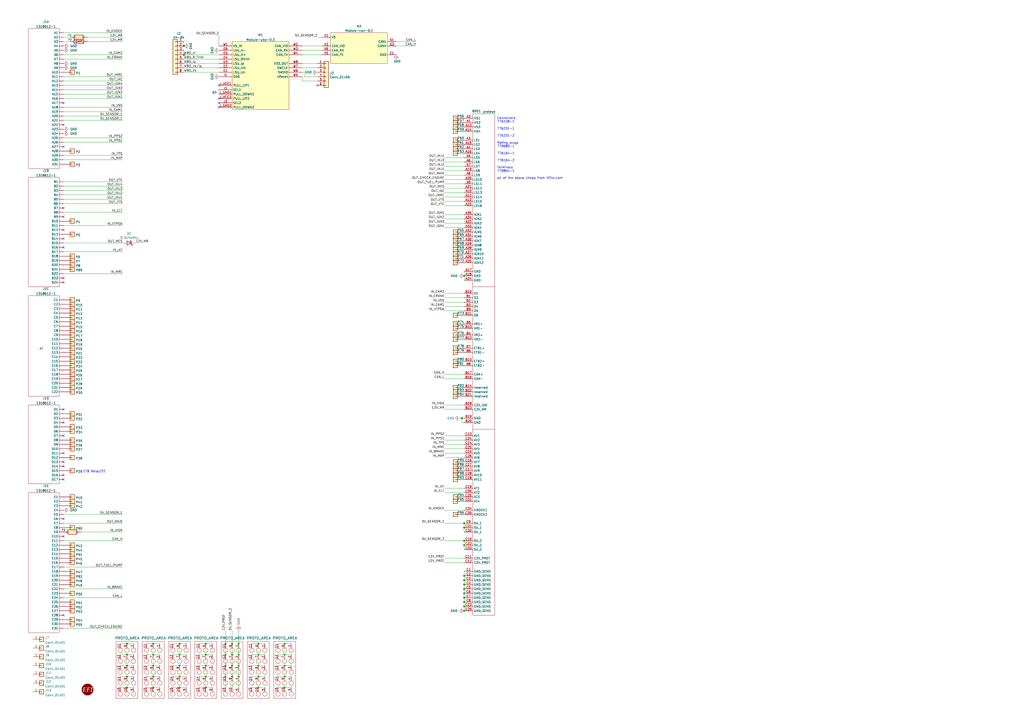
<source format=kicad_sch>
(kicad_sch (version 20210621) (generator eeschema)
  (paper "A2")
  (title_block (title "proteus125honda") (date "2021-09-22") (rev "a") (company "rusEFI"))
  (junction (at 73.66 373.38))
  (junction (at 73.66 379.73))
  (junction (at 73.66 386.08))
  (junction (at 73.66 392.43))
  (junction (at 73.66 398.78))
  (junction (at 88.9 373.38))
  (junction (at 88.9 379.73))
  (junction (at 88.9 386.08))
  (junction (at 88.9 392.43))
  (junction (at 88.9 398.78))
  (junction (at 104.14 373.38))
  (junction (at 104.14 379.73))
  (junction (at 104.14 386.08))
  (junction (at 104.14 392.43))
  (junction (at 104.14 398.78))
  (junction (at 106.68 26.67) (diameter 1.016))
  (junction (at 106.68 31.75) (diameter 1.016))
  (junction (at 119.38 373.38))
  (junction (at 119.38 379.73))
  (junction (at 119.38 386.08))
  (junction (at 119.38 392.43))
  (junction (at 119.38 398.78))
  (junction (at 130.81 373.38))
  (junction (at 130.81 379.73))
  (junction (at 130.81 386.08))
  (junction (at 130.81 392.43))
  (junction (at 134.62 373.38))
  (junction (at 134.62 379.73))
  (junction (at 134.62 386.08))
  (junction (at 134.62 392.43))
  (junction (at 138.43 373.38))
  (junction (at 138.43 379.73))
  (junction (at 138.43 386.08))
  (junction (at 138.43 392.43))
  (junction (at 149.86 373.38))
  (junction (at 149.86 379.73))
  (junction (at 149.86 386.08))
  (junction (at 149.86 392.43))
  (junction (at 149.86 398.78))
  (junction (at 165.1 373.38))
  (junction (at 165.1 379.73))
  (junction (at 165.1 386.08))
  (junction (at 165.1 392.43))
  (junction (at 165.1 398.78))
  (junction (at 267.97 242.57) (diameter 1.016))
  (junction (at 269.24 160.02))
  (junction (at 269.24 303.53))
  (junction (at 269.24 306.07))
  (junction (at 269.24 313.69))
  (junction (at 269.24 316.23))
  (junction (at 269.24 334.01))
  (junction (at 269.24 336.55))
  (junction (at 269.24 339.09))
  (junction (at 269.24 341.63))
  (junction (at 269.24 344.17))
  (junction (at 269.24 346.71))
  (junction (at 269.24 349.25))
  (junction (at 269.24 351.79))
  (junction (at 269.24 354.33))
  (no_connect (at 36.83 59.69))
  (no_connect (at 36.83 72.39))
  (no_connect (at 36.83 85.09))
  (no_connect (at 36.83 120.65))
  (no_connect (at 36.83 125.73))
  (no_connect (at 36.83 133.35))
  (no_connect (at 36.83 138.43))
  (no_connect (at 36.83 143.51))
  (no_connect (at 36.83 161.29))
  (no_connect (at 36.83 163.83))
  (no_connect (at 36.83 237.49))
  (no_connect (at 36.83 245.11))
  (no_connect (at 36.83 252.73))
  (no_connect (at 36.83 262.89))
  (no_connect (at 36.83 267.97))
  (no_connect (at 36.83 270.51))
  (no_connect (at 36.83 275.59))
  (no_connect (at 36.83 278.13))
  (no_connect (at 36.83 300.99))
  (no_connect (at 36.83 311.15))
  (no_connect (at 36.83 356.87))
  (no_connect (at 127 49.53))
  (no_connect (at 127 57.15))
  (no_connect (at 127 59.69))
  (no_connect (at 127 62.23))
  (no_connect (at 184.15 49.53))
  (wire (pts (xy 36.83 19.05) (xy 71.12 19.05)))
  (wire (pts (xy 36.83 34.29) (xy 71.12 34.29)))
  (wire (pts (xy 36.83 44.45) (xy 71.12 44.45)))
  (wire (pts (xy 36.83 46.99) (xy 71.12 46.99)))
  (wire (pts (xy 36.83 49.53) (xy 71.12 49.53)))
  (wire (pts (xy 36.83 52.07) (xy 71.12 52.07)))
  (wire (pts (xy 36.83 54.61) (xy 71.12 54.61)))
  (wire (pts (xy 36.83 57.15) (xy 71.12 57.15)))
  (wire (pts (xy 36.83 62.23) (xy 71.12 62.23)))
  (wire (pts (xy 36.83 67.31) (xy 71.12 67.31)))
  (wire (pts (xy 36.83 80.01) (xy 71.12 80.01)))
  (wire (pts (xy 36.83 82.55) (xy 71.12 82.55)))
  (wire (pts (xy 36.83 90.17) (xy 71.12 90.17)))
  (wire (pts (xy 36.83 92.71) (xy 71.12 92.71)))
  (wire (pts (xy 36.83 105.41) (xy 71.12 105.41)))
  (wire (pts (xy 36.83 107.95) (xy 71.12 107.95)))
  (wire (pts (xy 36.83 110.49) (xy 71.12 110.49)))
  (wire (pts (xy 36.83 113.03) (xy 71.12 113.03)))
  (wire (pts (xy 36.83 115.57) (xy 71.12 115.57)))
  (wire (pts (xy 36.83 118.11) (xy 71.12 118.11)))
  (wire (pts (xy 36.83 123.19) (xy 71.12 123.19)))
  (wire (pts (xy 36.83 130.81) (xy 71.12 130.81)))
  (wire (pts (xy 36.83 140.97) (xy 71.12 140.97)))
  (wire (pts (xy 36.83 146.05) (xy 71.12 146.05)))
  (wire (pts (xy 36.83 158.75) (xy 71.12 158.75)))
  (wire (pts (xy 36.83 298.45) (xy 71.12 298.45)))
  (wire (pts (xy 36.83 303.53) (xy 71.12 303.53)))
  (wire (pts (xy 36.83 313.69) (xy 71.12 313.69)))
  (wire (pts (xy 36.83 328.93) (xy 71.12 328.93)))
  (wire (pts (xy 36.83 341.63) (xy 71.12 341.63)))
  (wire (pts (xy 36.83 346.71) (xy 71.12 346.71)))
  (wire (pts (xy 36.83 364.49) (xy 71.12 364.49)))
  (wire (pts (xy 40.64 21.59) (xy 36.83 21.59)))
  (wire (pts (xy 40.64 24.13) (xy 36.83 24.13)))
  (wire (pts (xy 46.99 308.61) (xy 71.12 308.61)))
  (wire (pts (xy 69.85 373.38) (xy 73.66 373.38)))
  (wire (pts (xy 69.85 379.73) (xy 73.66 379.73)))
  (wire (pts (xy 69.85 386.08) (xy 73.66 386.08)))
  (wire (pts (xy 69.85 392.43) (xy 73.66 392.43)))
  (wire (pts (xy 69.85 398.78) (xy 73.66 398.78)))
  (wire (pts (xy 71.12 21.59) (xy 50.8 21.59)))
  (wire (pts (xy 71.12 24.13) (xy 50.8 24.13)))
  (wire (pts (xy 71.12 31.75) (xy 36.83 31.75)))
  (wire (pts (xy 71.12 64.77) (xy 36.83 64.77)))
  (wire (pts (xy 71.12 69.85) (xy 36.83 69.85)))
  (wire (pts (xy 73.66 373.38) (xy 77.47 373.38)))
  (wire (pts (xy 73.66 379.73) (xy 77.47 379.73)))
  (wire (pts (xy 73.66 386.08) (xy 77.47 386.08)))
  (wire (pts (xy 73.66 392.43) (xy 77.47 392.43)))
  (wire (pts (xy 73.66 398.78) (xy 77.47 398.78)))
  (wire (pts (xy 85.09 373.38) (xy 88.9 373.38)))
  (wire (pts (xy 85.09 379.73) (xy 88.9 379.73)))
  (wire (pts (xy 85.09 386.08) (xy 88.9 386.08)))
  (wire (pts (xy 85.09 392.43) (xy 88.9 392.43)))
  (wire (pts (xy 85.09 398.78) (xy 88.9 398.78)))
  (wire (pts (xy 88.9 373.38) (xy 92.71 373.38)))
  (wire (pts (xy 88.9 379.73) (xy 92.71 379.73)))
  (wire (pts (xy 88.9 386.08) (xy 92.71 386.08)))
  (wire (pts (xy 88.9 392.43) (xy 92.71 392.43)))
  (wire (pts (xy 88.9 398.78) (xy 92.71 398.78)))
  (wire (pts (xy 100.33 373.38) (xy 104.14 373.38)))
  (wire (pts (xy 100.33 379.73) (xy 104.14 379.73)))
  (wire (pts (xy 100.33 386.08) (xy 104.14 386.08)))
  (wire (pts (xy 100.33 392.43) (xy 104.14 392.43)))
  (wire (pts (xy 100.33 398.78) (xy 104.14 398.78)))
  (wire (pts (xy 104.14 373.38) (xy 107.95 373.38)))
  (wire (pts (xy 104.14 379.73) (xy 107.95 379.73)))
  (wire (pts (xy 104.14 386.08) (xy 107.95 386.08)))
  (wire (pts (xy 104.14 392.43) (xy 107.95 392.43)))
  (wire (pts (xy 104.14 398.78) (xy 107.95 398.78)))
  (wire (pts (xy 106.68 24.13) (xy 106.68 26.67)))
  (wire (pts (xy 106.68 29.21) (xy 106.68 31.75)))
  (wire (pts (xy 106.68 31.75) (xy 127 31.75)))
  (wire (pts (xy 106.68 34.29) (xy 127 34.29)))
  (wire (pts (xy 106.68 36.83) (xy 127 36.83)))
  (wire (pts (xy 106.68 39.37) (xy 127 39.37)))
  (wire (pts (xy 106.68 41.91) (xy 127 41.91)))
  (wire (pts (xy 115.57 373.38) (xy 119.38 373.38)))
  (wire (pts (xy 115.57 379.73) (xy 119.38 379.73)))
  (wire (pts (xy 115.57 386.08) (xy 119.38 386.08)))
  (wire (pts (xy 115.57 392.43) (xy 119.38 392.43)))
  (wire (pts (xy 115.57 398.78) (xy 119.38 398.78)))
  (wire (pts (xy 119.38 373.38) (xy 123.19 373.38)))
  (wire (pts (xy 119.38 379.73) (xy 123.19 379.73)))
  (wire (pts (xy 119.38 386.08) (xy 123.19 386.08)))
  (wire (pts (xy 119.38 392.43) (xy 123.19 392.43)))
  (wire (pts (xy 119.38 398.78) (xy 123.19 398.78)))
  (wire (pts (xy 127 20.32) (xy 127 26.67)))
  (wire (pts (xy 127 52.07) (xy 127 54.61)))
  (wire (pts (xy 130.81 365.76) (xy 130.81 373.38)))
  (wire (pts (xy 130.81 373.38) (xy 130.81 379.73)))
  (wire (pts (xy 130.81 379.73) (xy 130.81 386.08)))
  (wire (pts (xy 130.81 386.08) (xy 130.81 392.43)))
  (wire (pts (xy 130.81 392.43) (xy 130.81 398.78)))
  (wire (pts (xy 134.62 365.76) (xy 134.62 373.38)))
  (wire (pts (xy 134.62 373.38) (xy 134.62 379.73)))
  (wire (pts (xy 134.62 379.73) (xy 134.62 386.08)))
  (wire (pts (xy 134.62 386.08) (xy 134.62 392.43)))
  (wire (pts (xy 134.62 392.43) (xy 134.62 398.78)))
  (wire (pts (xy 138.43 365.76) (xy 138.43 373.38)))
  (wire (pts (xy 138.43 373.38) (xy 138.43 379.73)))
  (wire (pts (xy 138.43 379.73) (xy 138.43 386.08)))
  (wire (pts (xy 138.43 386.08) (xy 138.43 392.43)))
  (wire (pts (xy 138.43 392.43) (xy 138.43 398.78)))
  (wire (pts (xy 146.05 373.38) (xy 149.86 373.38)))
  (wire (pts (xy 146.05 379.73) (xy 149.86 379.73)))
  (wire (pts (xy 146.05 386.08) (xy 149.86 386.08)))
  (wire (pts (xy 146.05 392.43) (xy 149.86 392.43)))
  (wire (pts (xy 146.05 398.78) (xy 149.86 398.78)))
  (wire (pts (xy 149.86 373.38) (xy 153.67 373.38)))
  (wire (pts (xy 149.86 379.73) (xy 153.67 379.73)))
  (wire (pts (xy 149.86 386.08) (xy 153.67 386.08)))
  (wire (pts (xy 149.86 392.43) (xy 153.67 392.43)))
  (wire (pts (xy 149.86 398.78) (xy 153.67 398.78)))
  (wire (pts (xy 161.29 373.38) (xy 165.1 373.38)))
  (wire (pts (xy 161.29 379.73) (xy 165.1 379.73)))
  (wire (pts (xy 161.29 386.08) (xy 165.1 386.08)))
  (wire (pts (xy 161.29 392.43) (xy 165.1 392.43)))
  (wire (pts (xy 161.29 398.78) (xy 165.1 398.78)))
  (wire (pts (xy 165.1 373.38) (xy 168.91 373.38)))
  (wire (pts (xy 165.1 379.73) (xy 168.91 379.73)))
  (wire (pts (xy 165.1 386.08) (xy 168.91 386.08)))
  (wire (pts (xy 165.1 392.43) (xy 168.91 392.43)))
  (wire (pts (xy 165.1 398.78) (xy 168.91 398.78)))
  (wire (pts (xy 175.26 26.67) (xy 186.69 26.67)))
  (wire (pts (xy 175.26 29.21) (xy 186.69 29.21)))
  (wire (pts (xy 175.26 31.75) (xy 186.69 31.75)))
  (wire (pts (xy 175.26 36.83) (xy 184.15 36.83)))
  (wire (pts (xy 175.26 39.37) (xy 184.15 39.37)))
  (wire (pts (xy 175.26 41.91) (xy 176.53 41.91)))
  (wire (pts (xy 175.26 44.45) (xy 175.26 46.99)))
  (wire (pts (xy 175.26 46.99) (xy 184.15 46.99)))
  (wire (pts (xy 176.53 41.91) (xy 176.53 44.45)))
  (wire (pts (xy 176.53 44.45) (xy 184.15 44.45)))
  (wire (pts (xy 184.15 21.59) (xy 186.69 21.59)))
  (wire (pts (xy 229.87 24.13) (xy 241.3 24.13)))
  (wire (pts (xy 229.87 26.67) (xy 241.3 26.67)))
  (wire (pts (xy 257.81 91.44) (xy 269.24 91.44)))
  (wire (pts (xy 257.81 93.98) (xy 269.24 93.98)))
  (wire (pts (xy 257.81 96.52) (xy 269.24 96.52)))
  (wire (pts (xy 257.81 99.06) (xy 269.24 99.06)))
  (wire (pts (xy 257.81 101.6) (xy 269.24 101.6)))
  (wire (pts (xy 257.81 104.14) (xy 269.24 104.14)))
  (wire (pts (xy 257.81 106.68) (xy 269.24 106.68)))
  (wire (pts (xy 257.81 109.22) (xy 269.24 109.22)))
  (wire (pts (xy 257.81 111.76) (xy 269.24 111.76)))
  (wire (pts (xy 257.81 114.3) (xy 269.24 114.3)))
  (wire (pts (xy 257.81 116.84) (xy 269.24 116.84)))
  (wire (pts (xy 257.81 119.38) (xy 269.24 119.38)))
  (wire (pts (xy 257.81 124.46) (xy 269.24 124.46)))
  (wire (pts (xy 257.81 127) (xy 269.24 127)))
  (wire (pts (xy 257.81 129.54) (xy 269.24 129.54)))
  (wire (pts (xy 257.81 132.08) (xy 269.24 132.08)))
  (wire (pts (xy 257.81 170.18) (xy 269.24 170.18)))
  (wire (pts (xy 257.81 172.72) (xy 269.24 172.72)))
  (wire (pts (xy 257.81 175.26) (xy 269.24 175.26)))
  (wire (pts (xy 257.81 177.8) (xy 269.24 177.8)))
  (wire (pts (xy 257.81 180.34) (xy 269.24 180.34)))
  (wire (pts (xy 257.81 217.17) (xy 269.24 217.17)))
  (wire (pts (xy 257.81 219.71) (xy 269.24 219.71)))
  (wire (pts (xy 257.81 234.95) (xy 269.24 234.95)))
  (wire (pts (xy 257.81 237.49) (xy 269.24 237.49)))
  (wire (pts (xy 257.81 252.73) (xy 269.24 252.73)))
  (wire (pts (xy 257.81 255.27) (xy 269.24 255.27)))
  (wire (pts (xy 257.81 257.81) (xy 269.24 257.81)))
  (wire (pts (xy 257.81 260.35) (xy 269.24 260.35)))
  (wire (pts (xy 257.81 262.89) (xy 269.24 262.89)))
  (wire (pts (xy 257.81 265.43) (xy 269.24 265.43)))
  (wire (pts (xy 257.81 283.21) (xy 269.24 283.21)))
  (wire (pts (xy 257.81 285.75) (xy 269.24 285.75)))
  (wire (pts (xy 257.81 295.91) (xy 269.24 295.91)))
  (wire (pts (xy 257.81 303.53) (xy 269.24 303.53)))
  (wire (pts (xy 257.81 313.69) (xy 269.24 313.69)))
  (wire (pts (xy 257.81 323.85) (xy 269.24 323.85)))
  (wire (pts (xy 257.81 326.39) (xy 269.24 326.39)))
  (wire (pts (xy 266.7 242.57) (xy 267.97 242.57)))
  (wire (pts (xy 267.97 242.57) (xy 267.97 245.11)))
  (wire (pts (xy 267.97 245.11) (xy 269.24 245.11)))
  (wire (pts (xy 269.24 157.48) (xy 269.24 160.02)))
  (wire (pts (xy 269.24 160.02) (xy 269.24 162.56)))
  (wire (pts (xy 269.24 242.57) (xy 267.97 242.57)))
  (wire (pts (xy 269.24 303.53) (xy 269.24 306.07)))
  (wire (pts (xy 269.24 306.07) (xy 269.24 308.61)))
  (wire (pts (xy 269.24 313.69) (xy 269.24 316.23)))
  (wire (pts (xy 269.24 316.23) (xy 269.24 318.77)))
  (wire (pts (xy 269.24 331.47) (xy 269.24 334.01)))
  (wire (pts (xy 269.24 334.01) (xy 269.24 336.55)))
  (wire (pts (xy 269.24 336.55) (xy 269.24 339.09)))
  (wire (pts (xy 269.24 339.09) (xy 269.24 341.63)))
  (wire (pts (xy 269.24 341.63) (xy 269.24 344.17)))
  (wire (pts (xy 269.24 344.17) (xy 269.24 346.71)))
  (wire (pts (xy 269.24 346.71) (xy 269.24 349.25)))
  (wire (pts (xy 269.24 349.25) (xy 269.24 351.79)))
  (wire (pts (xy 269.24 351.79) (xy 269.24 354.33)))
  (text "AT" (at 22.86 203.2 0) (effects (font (size 1.27 1.27)) (justify left bottom)))
  (text "ETB Relay???" (at 48.26 274.32 0) (effects (font (size 1.27 1.27)) (justify left bottom)))
  (text "#0" (at 125.73 54.61 180) (effects (font (size 1.27 1.27)) (justify right bottom)))
  (text "Connectors\n776228-1\n\n776231-1\n\n776231-2\n\nMating plugs\n770680-1\n\n776164-1\n\n776164-2\n\nTerminals\n770854-1\n\nall of the above cheap from ttiinc.com" (at 288.29 104.14 0) (effects (font (size 1.27 1.27)) (justify left bottom)))
  (label "IN_KNOCK" (at 71.12 19.05 180))
  (label "12V_MR" (at 71.12 21.59 180))
  (label "12V_MR" (at 71.12 24.13 180))
  (label "IN_CAM2" (at 71.12 31.75 180))
  (label "IN_CRANK" (at 71.12 34.29 180))
  (label "OUT_IMRC" (at 71.12 44.45 180))
  (label "OUT_IAC" (at 71.12 46.99 180))
  (label "OUT_IGN4" (at 71.12 49.53 180))
  (label "OUT_IGN3" (at 71.12 52.07 180))
  (label "OUT_IGN2" (at 71.12 54.61 180))
  (label "OUT_IGN1" (at 71.12 57.15 180))
  (label "IN_VSS" (at 71.12 62.23 180))
  (label "IN_CAM1" (at 71.12 64.77 180))
  (label "5V_SENSOR_1" (at 71.12 67.31 180))
  (label "5V_SENSOR_1" (at 71.12 69.85 180))
  (label "IN_PPS2" (at 71.12 80.01 180))
  (label "IN_PPS1" (at 71.12 82.55 180))
  (label "IN_TPS" (at 71.12 90.17 180))
  (label "IN_MAP" (at 71.12 92.71 180))
  (label "OUT_VTC" (at 71.12 105.41 180))
  (label "OUT_INJ4" (at 71.12 107.95 180))
  (label "OUT_INJ3" (at 71.12 110.49 180))
  (label "OUT_INJ2" (at 71.12 113.03 180))
  (label "OUT_INJ1" (at 71.12 115.57 180))
  (label "OUT_VTS" (at 71.12 118.11 180))
  (label "IN_CLT" (at 71.12 123.19 180))
  (label "IN_VTPSW" (at 71.12 130.81 180))
  (label "OUT_MCS" (at 71.12 140.97 180))
  (label "IN_IAT" (at 71.12 146.05 180))
  (label "IN_MRC" (at 71.12 158.75 180))
  (label "5V_SENSOR_1" (at 71.12 298.45 180))
  (label "OUT_MAIN" (at 71.12 303.53 180))
  (label "IN_VIGN" (at 71.12 308.61 180))
  (label "CAN_H" (at 71.12 313.69 180))
  (label "OUT_FUEL_PUMP" (at 71.12 328.93 180))
  (label "IN_BRAKE" (at 71.12 341.63 180))
  (label "CAN_L" (at 71.12 346.71 180))
  (label "OUT_CHECK_ENGINE" (at 71.12 364.49 180))
  (label "12V_MR" (at 78.74 140.97 0))
  (label "WBO_H-" (at 106.68 31.75 0))
  (label "WBO_R_Trim" (at 106.68 34.29 0))
  (label "WBO_Ip" (at 106.68 36.83 0))
  (label "WBO_Vs{slash}Ip" (at 106.68 39.37 0))
  (label "WBO_Vs" (at 106.68 41.91 0))
  (label "5V_SENSOR_2" (at 127 20.32 180))
  (label "12V_PROT" (at 130.81 365.76 90))
  (label "5V_SENSOR_2" (at 134.62 365.76 90))
  (label "5V_SENSOR_2" (at 184.15 21.59 180))
  (label "CAN_L" (at 241.3 24.13 180))
  (label "CAN_H" (at 241.3 26.67 180))
  (label "OUT_INJ4" (at 257.81 91.44 180))
  (label "OUT_INJ3" (at 257.81 93.98 180))
  (label "OUT_INJ2" (at 257.81 96.52 180))
  (label "OUT_INJ1" (at 257.81 99.06 180))
  (label "OUT_MAIN" (at 257.81 101.6 180))
  (label "OUT_CHECK_ENGINE" (at 257.81 104.14 180))
  (label "OUT_FUEL_PUMP" (at 257.81 106.68 180))
  (label "OUT_MCS" (at 257.81 109.22 180))
  (label "OUT_IAC" (at 257.81 111.76 180))
  (label "OUT_IMRC" (at 257.81 114.3 180))
  (label "OUT_VTS" (at 257.81 116.84 180))
  (label "OUT_VTC" (at 257.81 119.38 180))
  (label "OUT_IGN1" (at 257.81 124.46 180))
  (label "OUT_IGN2" (at 257.81 127 180))
  (label "OUT_IGN3" (at 257.81 129.54 180))
  (label "OUT_IGN4" (at 257.81 132.08 180))
  (label "IN_CAM2" (at 257.81 170.18 180))
  (label "IN_CRANK" (at 257.81 172.72 180))
  (label "IN_VSS" (at 257.81 175.26 180))
  (label "IN_CAM1" (at 257.81 177.8 180))
  (label "IN_VTPSW" (at 257.81 180.34 180))
  (label "CAN_H" (at 257.81 217.17 180))
  (label "CAN_L" (at 257.81 219.71 180))
  (label "IN_VIGN" (at 257.81 234.95 180))
  (label "12V_MR" (at 257.81 237.49 180))
  (label "IN_PPS2" (at 257.81 252.73 180))
  (label "IN_PPS1" (at 257.81 255.27 180))
  (label "IN_TPS" (at 257.81 257.81 180))
  (label "IN_MRC" (at 257.81 260.35 180))
  (label "IN_BRAKE" (at 257.81 262.89 180))
  (label "IN_MAP" (at 257.81 265.43 180))
  (label "IN_IAT" (at 257.81 283.21 180))
  (label "IN_CLT" (at 257.81 285.75 180))
  (label "IN_KNOCK" (at 257.81 295.91 180))
  (label "5V_SENSOR_1" (at 257.81 303.53 180))
  (label "5V_SENSOR_2" (at 257.81 313.69 180))
  (label "12V_PROT" (at 257.81 323.85 180))
  (label "12V_PROT" (at 257.81 326.39 180))
  (symbol (lib_id "power:GND") (at 36.83 26.67 90) (unit 1)
    (property "Reference" "#PWR01" (effects hide))
    (property "Value" "GND" (at 40.64 26.67 90) (effects (justify right)))
  )
  (symbol (lib_id "power:GND") (at 36.83 29.21 90) (unit 1)
    (property "Reference" "#PWR02" (effects hide))
    (property "Value" "GND" (at 40.64 29.21 90) (effects (justify right)))
  )
  (symbol (lib_id "power:GND") (at 36.83 36.83 90) (unit 1)
    (property "Reference" "#PWR03" (effects hide))
    (property "Value" "GND" (at 40.64 36.83 90) (effects (justify right)))
  )
  (symbol (lib_id "power:GND") (at 36.83 39.37 90) (unit 1)
    (property "Reference" "#PWR04" (effects hide))
    (property "Value" "GND" (at 40.64 39.37 90) (effects (justify right)))
  )
  (symbol (lib_id "power:GND") (at 36.83 74.93 90) (unit 1)
    (property "Reference" "#PWR05" (effects hide))
    (property "Value" "GND" (at 40.64 74.93 90) (effects (justify right)))
  )
  (symbol (lib_id "power:GND") (at 36.83 77.47 90) (unit 1)
    (property "Reference" "#PWR06" (effects hide))
    (property "Value" "GND" (at 40.64 77.47 90) (effects (justify right)))
  )
  (symbol (lib_id "power:GND") (at 36.83 295.91 90) (unit 1)
    (property "Reference" "#PWR07" (effects hide))
    (property "Value" "GND" (at 40.64 295.91 90) (effects (justify right)))
  )
  (symbol (lib_id "power:GND") (at 106.68 26.67 90) (mirror x) (unit 1)
    (property "Reference" "#PWR08" (effects hide))
    (property "Value" "GND" (at 110.6234 26.7208 0))
  )
  (symbol (lib_id "power:GND") (at 127 29.21 270) (mirror x) (unit 1)
    (property "Reference" "#PWR09" (effects hide))
    (property "Value" "GND" (at 123.0566 29.1592 0))
  )
  (symbol (lib_id "power:GND") (at 127 44.45 270) (mirror x) (unit 1)
    (property "Reference" "#PWR010" (effects hide))
    (property "Value" "GND" (at 123.0566 44.3992 0))
  )
  (symbol (lib_id "power:GND") (at 138.43 365.76 180) (unit 1)
    (property "Reference" "#PWR021" (effects hide))
    (property "Value" "GND" (at 138.43 362.585 90) (effects (justify right)))
  )
  (symbol (lib_id "power:GND") (at 184.15 41.91 270) (mirror x) (unit 1)
    (property "Reference" "#PWR011" (effects hide))
    (property "Value" "GND" (at 178.9366 41.8592 90))
  )
  (symbol (lib_id "power:GND") (at 229.87 31.75 0) (unit 1)
    (property "Reference" "#PWR012" (effects hide))
    (property "Value" "GND" (at 232.41 35.56 0) (effects (justify right)))
  )
  (symbol (lib_id "power:GND") (at 266.7 242.57 270) (unit 1)
    (property "Reference" "#PWR014" (effects hide))
    (property "Value" "GND" (at 263.525 242.57 90) (effects (justify right)))
  )
  (symbol (lib_id "power:GND") (at 269.24 160.02 270) (unit 1)
    (property "Reference" "#PWR017" (effects hide))
    (property "Value" "GND" (at 265.43 160.02 90) (effects (justify right)))
  )
  (symbol (lib_id "power:GND") (at 269.24 354.33 270) (unit 1)
    (property "Reference" "#PWR020" (effects hide))
    (property "Value" "GND" (at 265.43 354.33 90) (effects (justify right)))
  )
  (symbol (lib_id "Connector_Generic:Conn_01x01") (at 24.13 370.84 0) (unit 1)
    (property "Reference" "J7" (at 26.1621 369.9315 0) (effects (justify left)))
    (property "Value" "Conn_01x01" (at 26.1621 372.7066 0) (effects (justify left)))
    (property "Footprint" "MountingHole:MountingHole_4.5mm" (effects hide))
  )
  (symbol (lib_id "Connector_Generic:Conn_01x01") (at 24.13 375.92 0) (unit 1)
    (property "Reference" "J8" (at 26.1621 375.0115 0) (effects (justify left)))
    (property "Value" "Conn_01x01" (at 26.1621 377.7866 0) (effects (justify left)))
    (property "Footprint" "MountingHole:MountingHole_4.5mm" (effects hide))
  )
  (symbol (lib_id "Connector_Generic:Conn_01x01") (at 24.13 381 0) (unit 1)
    (property "Reference" "J9" (at 26.1621 380.0915 0) (effects (justify left)))
    (property "Value" "Conn_01x01" (at 26.1621 382.8666 0) (effects (justify left)))
    (property "Footprint" "MountingHole:MountingHole_4.5mm" (effects hide))
  )
  (symbol (lib_id "Connector_Generic:Conn_01x01") (at 24.13 386.08 0) (unit 1)
    (property "Reference" "J10" (at 26.1621 385.1715 0) (effects (justify left)))
    (property "Value" "Conn_01x01" (at 26.1621 387.9466 0) (effects (justify left)))
    (property "Footprint" "MountingHole:MountingHole_4.5mm" (effects hide))
  )
  (symbol (lib_id "Connector_Generic:Conn_01x01") (at 24.13 391.16 0) (unit 1)
    (property "Reference" "J11" (at 26.1621 390.2515 0) (effects (justify left)))
    (property "Value" "Conn_01x01" (at 26.1621 393.0266 0) (effects (justify left)))
    (property "Footprint" "MountingHole:MountingHole_4.5mm" (effects hide))
  )
  (symbol (lib_id "Connector_Generic:Conn_01x01") (at 24.13 396.24 0) (unit 1)
    (property "Reference" "J12" (at 26.1621 395.3315 0) (effects (justify left)))
    (property "Value" "Conn_01x01" (at 26.1621 398.1066 0) (effects (justify left)))
    (property "Footprint" "MountingHole:MountingHole_4.5mm" (effects hide))
  )
  (symbol (lib_id "Connector_Generic:Conn_01x01") (at 24.13 401.32 0) (unit 1)
    (property "Reference" "J13" (at 26.1621 400.4115 0) (effects (justify left)))
    (property "Value" "Conn_01x01" (at 26.1621 403.1866 0) (effects (justify left)))
    (property "Footprint" "MountingHole:MountingHole_4.5mm" (effects hide))
  )
  (symbol (lib_id "hellen-one-common:Pad") (at 41.91 41.91 0) (unit 1)
    (property "Reference" "P1" (at 43.9421 42.389 0) (effects (justify left)))
    (property "Value" "Pad" (effects hide))
    (property "Footprint" "hellen-one-common:PAD-TH" (effects hide))
  )
  (symbol (lib_id "hellen-one-common:Pad") (at 41.91 87.63 0) (unit 1)
    (property "Reference" "P2" (at 43.9421 88.109 0) (effects (justify left)))
    (property "Value" "Pad" (effects hide))
    (property "Footprint" "hellen-one-common:PAD-TH" (effects hide))
  )
  (symbol (lib_id "hellen-one-common:Pad") (at 41.91 95.25 0) (unit 1)
    (property "Reference" "P3" (at 43.9421 95.729 0) (effects (justify left)))
    (property "Value" "Pad" (effects hide))
    (property "Footprint" "hellen-one-common:PAD-TH" (effects hide))
  )
  (symbol (lib_id "hellen-one-common:Pad") (at 41.91 128.27 0) (unit 1)
    (property "Reference" "P4" (at 43.9421 128.749 0) (effects (justify left)))
    (property "Value" "Pad" (effects hide))
    (property "Footprint" "hellen-one-common:PAD-TH" (effects hide))
  )
  (symbol (lib_id "hellen-one-common:Pad") (at 41.91 135.89 0) (unit 1)
    (property "Reference" "P5" (at 43.9421 136.369 0) (effects (justify left)))
    (property "Value" "Pad" (effects hide))
    (property "Footprint" "hellen-one-common:PAD-TH" (effects hide))
  )
  (symbol (lib_id "hellen-one-common:Pad") (at 41.91 148.59 0) (unit 1)
    (property "Reference" "P6" (at 43.9421 149.069 0) (effects (justify left)))
    (property "Value" "Pad" (effects hide))
    (property "Footprint" "hellen-one-common:PAD-TH" (effects hide))
  )
  (symbol (lib_id "hellen-one-common:Pad") (at 41.91 151.13 0) (unit 1)
    (property "Reference" "P7" (at 43.9421 151.609 0) (effects (justify left)))
    (property "Value" "Pad" (effects hide))
    (property "Footprint" "hellen-one-common:PAD-TH" (effects hide))
  )
  (symbol (lib_id "hellen-one-common:Pad") (at 41.91 153.67 0) (unit 1)
    (property "Reference" "P8" (at 43.9421 154.149 0) (effects (justify left)))
    (property "Value" "Pad" (effects hide))
    (property "Footprint" "hellen-one-common:PAD-TH" (effects hide))
  )
  (symbol (lib_id "hellen-one-common:Pad") (at 41.91 156.21 0) (unit 1)
    (property "Reference" "P89" (at 43.9421 156.689 0) (effects (justify left)))
    (property "Value" "Pad" (effects hide))
    (property "Footprint" "hellen-one-common:PAD-TH" (effects hide))
  )
  (symbol (lib_id "hellen-one-common:Pad") (at 41.91 173.99 0) (unit 1)
    (property "Reference" "P9" (at 43.9421 174.469 0) (effects (justify left)))
    (property "Value" "Pad" (effects hide))
    (property "Footprint" "hellen-one-common:PAD-TH" (effects hide))
  )
  (symbol (lib_id "hellen-one-common:Pad") (at 41.91 176.53 0) (unit 1)
    (property "Reference" "P10" (at 43.9421 177.009 0) (effects (justify left)))
    (property "Value" "Pad" (effects hide))
    (property "Footprint" "hellen-one-common:PAD-TH" (effects hide))
  )
  (symbol (lib_id "hellen-one-common:Pad") (at 41.91 179.07 0) (unit 1)
    (property "Reference" "P11" (at 43.9421 179.549 0) (effects (justify left)))
    (property "Value" "Pad" (effects hide))
    (property "Footprint" "hellen-one-common:PAD-TH" (effects hide))
  )
  (symbol (lib_id "hellen-one-common:Pad") (at 41.91 181.61 0) (unit 1)
    (property "Reference" "P12" (at 43.9421 182.089 0) (effects (justify left)))
    (property "Value" "Pad" (effects hide))
    (property "Footprint" "hellen-one-common:PAD-TH" (effects hide))
  )
  (symbol (lib_id "hellen-one-common:Pad") (at 41.91 184.15 0) (unit 1)
    (property "Reference" "P13" (at 43.9421 184.629 0) (effects (justify left)))
    (property "Value" "Pad" (effects hide))
    (property "Footprint" "hellen-one-common:PAD-TH" (effects hide))
  )
  (symbol (lib_id "hellen-one-common:Pad") (at 41.91 186.69 0) (unit 1)
    (property "Reference" "P14" (at 43.9421 187.169 0) (effects (justify left)))
    (property "Value" "Pad" (effects hide))
    (property "Footprint" "hellen-one-common:PAD-TH" (effects hide))
  )
  (symbol (lib_id "hellen-one-common:Pad") (at 41.91 189.23 0) (unit 1)
    (property "Reference" "P15" (at 43.9421 189.709 0) (effects (justify left)))
    (property "Value" "Pad" (effects hide))
    (property "Footprint" "hellen-one-common:PAD-TH" (effects hide))
  )
  (symbol (lib_id "hellen-one-common:Pad") (at 41.91 191.77 0) (unit 1)
    (property "Reference" "P16" (at 43.9421 192.249 0) (effects (justify left)))
    (property "Value" "Pad" (effects hide))
    (property "Footprint" "hellen-one-common:PAD-TH" (effects hide))
  )
  (symbol (lib_id "hellen-one-common:Pad") (at 41.91 194.31 0) (unit 1)
    (property "Reference" "P17" (at 43.9421 194.789 0) (effects (justify left)))
    (property "Value" "Pad" (effects hide))
    (property "Footprint" "hellen-one-common:PAD-TH" (effects hide))
  )
  (symbol (lib_id "hellen-one-common:Pad") (at 41.91 196.85 0) (unit 1)
    (property "Reference" "P18" (at 43.9421 197.329 0) (effects (justify left)))
    (property "Value" "Pad" (effects hide))
    (property "Footprint" "hellen-one-common:PAD-TH" (effects hide))
  )
  (symbol (lib_id "hellen-one-common:Pad") (at 41.91 199.39 0) (unit 1)
    (property "Reference" "P19" (at 43.9421 199.869 0) (effects (justify left)))
    (property "Value" "Pad" (effects hide))
    (property "Footprint" "hellen-one-common:PAD-TH" (effects hide))
  )
  (symbol (lib_id "hellen-one-common:Pad") (at 41.91 201.93 0) (unit 1)
    (property "Reference" "P20" (at 43.9421 202.409 0) (effects (justify left)))
    (property "Value" "Pad" (effects hide))
    (property "Footprint" "hellen-one-common:PAD-TH" (effects hide))
  )
  (symbol (lib_id "hellen-one-common:Pad") (at 41.91 204.47 0) (unit 1)
    (property "Reference" "P21" (at 43.9421 204.949 0) (effects (justify left)))
    (property "Value" "Pad" (effects hide))
    (property "Footprint" "hellen-one-common:PAD-TH" (effects hide))
  )
  (symbol (lib_id "hellen-one-common:Pad") (at 41.91 207.01 0) (unit 1)
    (property "Reference" "P22" (at 43.9421 207.489 0) (effects (justify left)))
    (property "Value" "Pad" (effects hide))
    (property "Footprint" "hellen-one-common:PAD-TH" (effects hide))
  )
  (symbol (lib_id "hellen-one-common:Pad") (at 41.91 209.55 0) (unit 1)
    (property "Reference" "P23" (at 43.9421 210.029 0) (effects (justify left)))
    (property "Value" "Pad" (effects hide))
    (property "Footprint" "hellen-one-common:PAD-TH" (effects hide))
  )
  (symbol (lib_id "hellen-one-common:Pad") (at 41.91 212.09 0) (unit 1)
    (property "Reference" "P24" (at 43.9421 212.569 0) (effects (justify left)))
    (property "Value" "Pad" (effects hide))
    (property "Footprint" "hellen-one-common:PAD-TH" (effects hide))
  )
  (symbol (lib_id "hellen-one-common:Pad") (at 41.91 214.63 0) (unit 1)
    (property "Reference" "P25" (at 43.9421 215.109 0) (effects (justify left)))
    (property "Value" "Pad" (effects hide))
    (property "Footprint" "hellen-one-common:PAD-TH" (effects hide))
  )
  (symbol (lib_id "hellen-one-common:Pad") (at 41.91 217.17 0) (unit 1)
    (property "Reference" "P26" (at 43.9421 217.649 0) (effects (justify left)))
    (property "Value" "Pad" (effects hide))
    (property "Footprint" "hellen-one-common:PAD-TH" (effects hide))
  )
  (symbol (lib_id "hellen-one-common:Pad") (at 41.91 219.71 0) (unit 1)
    (property "Reference" "P27" (at 43.9421 220.189 0) (effects (justify left)))
    (property "Value" "Pad" (effects hide))
    (property "Footprint" "hellen-one-common:PAD-TH" (effects hide))
  )
  (symbol (lib_id "hellen-one-common:Pad") (at 41.91 222.25 0) (unit 1)
    (property "Reference" "P28" (at 43.9421 222.729 0) (effects (justify left)))
    (property "Value" "Pad" (effects hide))
    (property "Footprint" "hellen-one-common:PAD-TH" (effects hide))
  )
  (symbol (lib_id "hellen-one-common:Pad") (at 41.91 224.79 0) (unit 1)
    (property "Reference" "P29" (at 43.9421 225.269 0) (effects (justify left)))
    (property "Value" "Pad" (effects hide))
    (property "Footprint" "hellen-one-common:PAD-TH" (effects hide))
  )
  (symbol (lib_id "hellen-one-common:Pad") (at 41.91 227.33 0) (unit 1)
    (property "Reference" "P30" (at 43.9421 227.809 0) (effects (justify left)))
    (property "Value" "Pad" (effects hide))
    (property "Footprint" "hellen-one-common:PAD-TH" (effects hide))
  )
  (symbol (lib_id "hellen-one-common:Pad") (at 41.91 240.03 0) (unit 1)
    (property "Reference" "P31" (at 43.9421 240.509 0) (effects (justify left)))
    (property "Value" "Pad" (effects hide))
    (property "Footprint" "hellen-one-common:PAD-TH" (effects hide))
  )
  (symbol (lib_id "hellen-one-common:Pad") (at 41.91 242.57 0) (unit 1)
    (property "Reference" "P32" (at 43.9421 243.049 0) (effects (justify left)))
    (property "Value" "Pad" (effects hide))
    (property "Footprint" "hellen-one-common:PAD-TH" (effects hide))
  )
  (symbol (lib_id "hellen-one-common:Pad") (at 41.91 247.65 0) (unit 1)
    (property "Reference" "P33" (at 43.9421 248.129 0) (effects (justify left)))
    (property "Value" "Pad" (effects hide))
    (property "Footprint" "hellen-one-common:PAD-TH" (effects hide))
  )
  (symbol (lib_id "hellen-one-common:Pad") (at 41.91 250.19 0) (unit 1)
    (property "Reference" "P34" (at 43.9421 250.669 0) (effects (justify left)))
    (property "Value" "Pad" (effects hide))
    (property "Footprint" "hellen-one-common:PAD-TH" (effects hide))
  )
  (symbol (lib_id "hellen-one-common:Pad") (at 41.91 255.27 0) (unit 1)
    (property "Reference" "P35" (at 43.9421 255.749 0) (effects (justify left)))
    (property "Value" "Pad" (effects hide))
    (property "Footprint" "hellen-one-common:PAD-TH" (effects hide))
  )
  (symbol (lib_id "hellen-one-common:Pad") (at 41.91 257.81 0) (unit 1)
    (property "Reference" "P36" (at 43.9421 258.289 0) (effects (justify left)))
    (property "Value" "Pad" (effects hide))
    (property "Footprint" "hellen-one-common:PAD-TH" (effects hide))
  )
  (symbol (lib_id "hellen-one-common:Pad") (at 41.91 260.35 0) (unit 1)
    (property "Reference" "P37" (at 43.9421 260.829 0) (effects (justify left)))
    (property "Value" "Pad" (effects hide))
    (property "Footprint" "hellen-one-common:PAD-TH" (effects hide))
  )
  (symbol (lib_id "hellen-one-common:Pad") (at 41.91 265.43 0) (unit 1)
    (property "Reference" "P38" (at 43.9421 265.909 0) (effects (justify left)))
    (property "Value" "Pad" (effects hide))
    (property "Footprint" "hellen-one-common:PAD-TH" (effects hide))
  )
  (symbol (lib_id "hellen-one-common:Pad") (at 41.91 273.05 0) (unit 1)
    (property "Reference" "P39" (at 43.9421 273.529 0) (effects (justify left)))
    (property "Value" "Pad" (effects hide))
    (property "Footprint" "hellen-one-common:PAD-TH" (effects hide))
  )
  (symbol (lib_id "hellen-one-common:Pad") (at 41.91 288.29 0) (unit 1)
    (property "Reference" "P40" (at 43.9421 288.769 0) (effects (justify left)))
    (property "Value" "Pad" (effects hide))
    (property "Footprint" "hellen-one-common:PAD-TH" (effects hide))
  )
  (symbol (lib_id "hellen-one-common:Pad") (at 41.91 290.83 0) (unit 1)
    (property "Reference" "P41" (at 43.9421 291.309 0) (effects (justify left)))
    (property "Value" "Pad" (effects hide))
    (property "Footprint" "hellen-one-common:PAD-TH" (effects hide))
  )
  (symbol (lib_id "hellen-one-common:Pad") (at 41.91 293.37 0) (unit 1)
    (property "Reference" "P42" (at 43.9421 293.849 0) (effects (justify left)))
    (property "Value" "Pad" (effects hide))
    (property "Footprint" "hellen-one-common:PAD-TH" (effects hide))
  )
  (symbol (lib_id "hellen-one-common:Pad") (at 41.91 306.07 0) (unit 1)
    (property "Reference" "P90" (at 43.9421 306.549 0) (effects (justify left)))
    (property "Value" "Pad" (effects hide))
    (property "Footprint" "hellen-one-common:PAD-TH" (effects hide))
  )
  (symbol (lib_id "hellen-one-common:Pad") (at 41.91 316.23 0) (unit 1)
    (property "Reference" "P43" (at 43.9421 316.709 0) (effects (justify left)))
    (property "Value" "Pad" (effects hide))
    (property "Footprint" "hellen-one-common:PAD-TH" (effects hide))
  )
  (symbol (lib_id "hellen-one-common:Pad") (at 41.91 318.77 0) (unit 1)
    (property "Reference" "P44" (at 43.9421 319.249 0) (effects (justify left)))
    (property "Value" "Pad" (effects hide))
    (property "Footprint" "hellen-one-common:PAD-TH" (effects hide))
  )
  (symbol (lib_id "hellen-one-common:Pad") (at 41.91 321.31 0) (unit 1)
    (property "Reference" "P91" (at 43.9421 321.789 0) (effects (justify left)))
    (property "Value" "Pad" (effects hide))
    (property "Footprint" "hellen-one-common:PAD-TH" (effects hide))
  )
  (symbol (lib_id "hellen-one-common:Pad") (at 41.91 323.85 0) (unit 1)
    (property "Reference" "P45" (at 43.9421 324.329 0) (effects (justify left)))
    (property "Value" "Pad" (effects hide))
    (property "Footprint" "hellen-one-common:PAD-TH" (effects hide))
  )
  (symbol (lib_id "hellen-one-common:Pad") (at 41.91 326.39 0) (unit 1)
    (property "Reference" "P46" (at 43.9421 326.869 0) (effects (justify left)))
    (property "Value" "Pad" (effects hide))
    (property "Footprint" "hellen-one-common:PAD-TH" (effects hide))
  )
  (symbol (lib_id "hellen-one-common:Pad") (at 41.91 331.47 0) (unit 1)
    (property "Reference" "P47" (at 43.9421 331.949 0) (effects (justify left)))
    (property "Value" "Pad" (effects hide))
    (property "Footprint" "hellen-one-common:PAD-TH" (effects hide))
  )
  (symbol (lib_id "hellen-one-common:Pad") (at 41.91 334.01 0) (unit 1)
    (property "Reference" "P92" (at 43.9421 334.489 0) (effects (justify left)))
    (property "Value" "Pad" (effects hide))
    (property "Footprint" "hellen-one-common:PAD-TH" (effects hide))
  )
  (symbol (lib_id "hellen-one-common:Pad") (at 41.91 336.55 0) (unit 1)
    (property "Reference" "P48" (at 43.9421 337.029 0) (effects (justify left)))
    (property "Value" "Pad" (effects hide))
    (property "Footprint" "hellen-one-common:PAD-TH" (effects hide))
  )
  (symbol (lib_id "hellen-one-common:Pad") (at 41.91 339.09 0) (unit 1)
    (property "Reference" "P49" (at 43.9421 339.569 0) (effects (justify left)))
    (property "Value" "Pad" (effects hide))
    (property "Footprint" "hellen-one-common:PAD-TH" (effects hide))
  )
  (symbol (lib_id "hellen-one-common:Pad") (at 41.91 344.17 0) (unit 1)
    (property "Reference" "P50" (at 43.9421 344.649 0) (effects (justify left)))
    (property "Value" "Pad" (effects hide))
    (property "Footprint" "hellen-one-common:PAD-TH" (effects hide))
  )
  (symbol (lib_id "hellen-one-common:Pad") (at 41.91 349.25 0) (unit 1)
    (property "Reference" "P51" (at 43.9421 349.729 0) (effects (justify left)))
    (property "Value" "Pad" (effects hide))
    (property "Footprint" "hellen-one-common:PAD-TH" (effects hide))
  )
  (symbol (lib_id "hellen-one-common:Pad") (at 41.91 351.79 0) (unit 1)
    (property "Reference" "P52" (at 43.9421 352.269 0) (effects (justify left)))
    (property "Value" "Pad" (effects hide))
    (property "Footprint" "hellen-one-common:PAD-TH" (effects hide))
  )
  (symbol (lib_id "hellen-one-common:Pad") (at 41.91 354.33 0) (unit 1)
    (property "Reference" "P53" (at 43.9421 354.809 0) (effects (justify left)))
    (property "Value" "Pad" (effects hide))
    (property "Footprint" "hellen-one-common:PAD-TH" (effects hide))
  )
  (symbol (lib_id "hellen-one-common:Pad") (at 41.91 359.41 0) (unit 1)
    (property "Reference" "P54" (at 43.9421 359.889 0) (effects (justify left)))
    (property "Value" "Pad" (effects hide))
    (property "Footprint" "hellen-one-common:PAD-TH" (effects hide))
  )
  (symbol (lib_id "hellen-one-common:Pad") (at 41.91 361.95 0) (unit 1)
    (property "Reference" "P55" (at 43.9421 362.429 0) (effects (justify left)))
    (property "Value" "Pad" (effects hide))
    (property "Footprint" "hellen-one-common:PAD-TH" (effects hide))
  )
  (symbol (lib_id "hellen-one-common:Pad") (at 264.16 68.58 180) (unit 1)
    (property "Reference" "P56" (at 267.2715 67.3884 0))
    (property "Value" "Pad" (effects hide))
    (property "Footprint" "hellen-one-common:PAD-TH" (effects hide))
  )
  (symbol (lib_id "hellen-one-common:Pad") (at 264.16 71.12 180) (unit 1)
    (property "Reference" "P57" (at 267.2715 69.9284 0))
    (property "Value" "Pad" (effects hide))
    (property "Footprint" "hellen-one-common:PAD-TH" (effects hide))
  )
  (symbol (lib_id "hellen-one-common:Pad") (at 264.16 73.66 180) (unit 1)
    (property "Reference" "P58" (at 267.2715 72.4684 0))
    (property "Value" "Pad" (effects hide))
    (property "Footprint" "hellen-one-common:PAD-TH" (effects hide))
  )
  (symbol (lib_id "hellen-one-common:Pad") (at 264.16 76.2 180) (unit 1)
    (property "Reference" "P59" (at 267.2715 75.0084 0))
    (property "Value" "Pad" (effects hide))
    (property "Footprint" "hellen-one-common:PAD-TH" (effects hide))
  )
  (symbol (lib_id "hellen-one-common:Pad") (at 264.16 81.28 180) (unit 1)
    (property "Reference" "P60" (at 267.2715 80.0884 0))
    (property "Value" "Pad" (effects hide))
    (property "Footprint" "hellen-one-common:PAD-TH" (effects hide))
  )
  (symbol (lib_id "hellen-one-common:Pad") (at 264.16 83.82 180) (unit 1)
    (property "Reference" "P61" (at 267.2715 82.6284 0))
    (property "Value" "Pad" (effects hide))
    (property "Footprint" "hellen-one-common:PAD-TH" (effects hide))
  )
  (symbol (lib_id "hellen-one-common:Pad") (at 264.16 86.36 180) (unit 1)
    (property "Reference" "P62" (at 267.2715 85.1684 0))
    (property "Value" "Pad" (effects hide))
    (property "Footprint" "hellen-one-common:PAD-TH" (effects hide))
  )
  (symbol (lib_id "hellen-one-common:Pad") (at 264.16 88.9 180) (unit 1)
    (property "Reference" "P63" (at 267.2715 87.7084 0))
    (property "Value" "Pad" (effects hide))
    (property "Footprint" "hellen-one-common:PAD-TH" (effects hide))
  )
  (symbol (lib_id "hellen-one-common:Pad") (at 264.16 134.62 180) (unit 1)
    (property "Reference" "P65" (at 267.2715 133.4284 0))
    (property "Value" "Pad" (effects hide))
    (property "Footprint" "hellen-one-common:PAD-TH" (effects hide))
  )
  (symbol (lib_id "hellen-one-common:Pad") (at 264.16 137.16 180) (unit 1)
    (property "Reference" "P66" (at 267.2715 135.9684 0))
    (property "Value" "Pad" (effects hide))
    (property "Footprint" "hellen-one-common:PAD-TH" (effects hide))
  )
  (symbol (lib_id "hellen-one-common:Pad") (at 264.16 139.7 180) (unit 1)
    (property "Reference" "P67" (at 267.2715 138.5084 0))
    (property "Value" "Pad" (effects hide))
    (property "Footprint" "hellen-one-common:PAD-TH" (effects hide))
  )
  (symbol (lib_id "hellen-one-common:Pad") (at 264.16 142.24 180) (unit 1)
    (property "Reference" "P68" (at 267.2715 141.0484 0))
    (property "Value" "Pad" (effects hide))
    (property "Footprint" "hellen-one-common:PAD-TH" (effects hide))
  )
  (symbol (lib_id "hellen-one-common:Pad") (at 264.16 144.78 180) (unit 1)
    (property "Reference" "P69" (at 267.2715 143.5884 0))
    (property "Value" "Pad" (effects hide))
    (property "Footprint" "hellen-one-common:PAD-TH" (effects hide))
  )
  (symbol (lib_id "hellen-one-common:Pad") (at 264.16 147.32 180) (unit 1)
    (property "Reference" "P70" (at 267.2715 146.1284 0))
    (property "Value" "Pad" (effects hide))
    (property "Footprint" "hellen-one-common:PAD-TH" (effects hide))
  )
  (symbol (lib_id "hellen-one-common:Pad") (at 264.16 149.86 180) (unit 1)
    (property "Reference" "P71" (at 267.2715 148.6684 0))
    (property "Value" "Pad" (effects hide))
    (property "Footprint" "hellen-one-common:PAD-TH" (effects hide))
  )
  (symbol (lib_id "hellen-one-common:Pad") (at 264.16 152.4 180) (unit 1)
    (property "Reference" "P72" (at 267.2715 151.2084 0))
    (property "Value" "Pad" (effects hide))
    (property "Footprint" "hellen-one-common:PAD-TH" (effects hide))
  )
  (symbol (lib_id "hellen-one-common:Pad") (at 264.16 182.88 180) (unit 1)
    (property "Reference" "P73" (at 267.2715 181.6884 0))
    (property "Value" "Pad" (effects hide))
    (property "Footprint" "hellen-one-common:PAD-TH" (effects hide))
  )
  (symbol (lib_id "hellen-one-common:Pad") (at 264.16 187.96 180) (unit 1)
    (property "Reference" "P74" (at 267.2715 186.7684 0))
    (property "Value" "Pad" (effects hide))
    (property "Footprint" "hellen-one-common:PAD-TH" (effects hide))
  )
  (symbol (lib_id "hellen-one-common:Pad") (at 264.16 190.5 180) (unit 1)
    (property "Reference" "P75" (at 267.2715 189.3084 0))
    (property "Value" "Pad" (effects hide))
    (property "Footprint" "hellen-one-common:PAD-TH" (effects hide))
  )
  (symbol (lib_id "hellen-one-common:Pad") (at 264.16 194.31 180) (unit 1)
    (property "Reference" "P76" (at 267.2715 193.1184 0))
    (property "Value" "Pad" (effects hide))
    (property "Footprint" "hellen-one-common:PAD-TH" (effects hide))
  )
  (symbol (lib_id "hellen-one-common:Pad") (at 264.16 196.85 180) (unit 1)
    (property "Reference" "P77" (at 267.2715 195.6584 0))
    (property "Value" "Pad" (effects hide))
    (property "Footprint" "hellen-one-common:PAD-TH" (effects hide))
  )
  (symbol (lib_id "hellen-one-common:Pad") (at 264.16 201.93 180) (unit 1)
    (property "Reference" "P78" (at 267.2715 200.7384 0))
    (property "Value" "Pad" (effects hide))
    (property "Footprint" "hellen-one-common:PAD-TH" (effects hide))
  )
  (symbol (lib_id "hellen-one-common:Pad") (at 264.16 204.47 180) (unit 1)
    (property "Reference" "P79" (at 267.2715 203.2784 0))
    (property "Value" "Pad" (effects hide))
    (property "Footprint" "hellen-one-common:PAD-TH" (effects hide))
  )
  (symbol (lib_id "hellen-one-common:Pad") (at 264.16 209.55 180) (unit 1)
    (property "Reference" "P80" (at 267.2715 208.3584 0))
    (property "Value" "Pad" (effects hide))
    (property "Footprint" "hellen-one-common:PAD-TH" (effects hide))
  )
  (symbol (lib_id "hellen-one-common:Pad") (at 264.16 212.09 180) (unit 1)
    (property "Reference" "P81" (at 267.2715 210.8984 0))
    (property "Value" "Pad" (effects hide))
    (property "Footprint" "hellen-one-common:PAD-TH" (effects hide))
  )
  (symbol (lib_id "hellen-one-common:Pad") (at 264.16 224.79 180) (unit 1)
    (property "Reference" "P82" (at 267.2715 223.5984 0))
    (property "Value" "Pad" (effects hide))
    (property "Footprint" "hellen-one-common:PAD-TH" (effects hide))
  )
  (symbol (lib_id "hellen-one-common:Pad") (at 264.16 227.33 180) (unit 1)
    (property "Reference" "P83" (at 267.2715 226.1384 0))
    (property "Value" "Pad" (effects hide))
    (property "Footprint" "hellen-one-common:PAD-TH" (effects hide))
  )
  (symbol (lib_id "hellen-one-common:Pad") (at 264.16 229.87 180) (unit 1)
    (property "Reference" "P84" (at 267.2715 228.6784 0))
    (property "Value" "Pad" (effects hide))
    (property "Footprint" "hellen-one-common:PAD-TH" (effects hide))
  )
  (symbol (lib_id "hellen-one-common:Pad") (at 264.16 267.97 180) (unit 1)
    (property "Reference" "P85" (at 267.2715 266.7784 0))
    (property "Value" "Pad" (effects hide))
    (property "Footprint" "hellen-one-common:PAD-TH" (effects hide))
  )
  (symbol (lib_id "hellen-one-common:Pad") (at 264.16 270.51 180) (unit 1)
    (property "Reference" "P86" (at 267.2715 269.3184 0))
    (property "Value" "Pad" (effects hide))
    (property "Footprint" "hellen-one-common:PAD-TH" (effects hide))
  )
  (symbol (lib_id "hellen-one-common:Pad") (at 264.16 273.05 180) (unit 1)
    (property "Reference" "P87" (at 267.2715 271.8584 0))
    (property "Value" "Pad" (effects hide))
    (property "Footprint" "hellen-one-common:PAD-TH" (effects hide))
  )
  (symbol (lib_id "hellen-one-common:Pad") (at 264.16 275.59 180) (unit 1)
    (property "Reference" "P88" (at 267.2715 274.3984 0))
    (property "Value" "Pad" (effects hide))
    (property "Footprint" "hellen-one-common:PAD-TH" (effects hide))
  )
  (symbol (lib_id "hellen-one-common:Pad") (at 264.16 278.13 180) (unit 1)
    (property "Reference" "P93" (at 267.2715 276.9384 0))
    (property "Value" "Pad" (effects hide))
    (property "Footprint" "hellen-one-common:PAD-TH" (effects hide))
  )
  (symbol (lib_id "hellen-one-common:Pad") (at 264.16 288.29 180) (unit 1)
    (property "Reference" "P94" (at 267.2715 287.0984 0))
    (property "Value" "Pad" (effects hide))
    (property "Footprint" "hellen-one-common:PAD-TH" (effects hide))
  )
  (symbol (lib_id "hellen-one-common:Pad") (at 264.16 290.83 180) (unit 1)
    (property "Reference" "P95" (at 267.2715 289.6384 0))
    (property "Value" "Pad" (effects hide))
    (property "Footprint" "hellen-one-common:PAD-TH" (effects hide))
  )
  (symbol (lib_id "hellen-one-common:Pad") (at 264.16 298.45 180) (unit 1)
    (property "Reference" "P96" (at 267.2715 297.2584 0))
    (property "Value" "Pad" (effects hide))
    (property "Footprint" "hellen-one-common:PAD-TH" (effects hide))
  )
  (symbol (lib_id "Device:D_Schottky") (at 74.93 140.97 180) (unit 1)
    (property "Reference" "D1" (at 74.93 135.4836 0))
    (property "Value" "D_Schottky" (at 74.93 137.795 0))
    (property "Footprint" "Diode_SMD:D_SMA" (effects hide))
    (property "LCSC" "C8678" (effects hide))
    (property "LCSC_ext" "0" (effects hide))
  )
  (symbol (lib_id "hellen-one-common:Fuse-Pad-Pad") (at 41.91 308.61 0) (unit 1)
    (property "Reference" "F3" (at 36.83 307.4789 0) (effects (font (size 1.016 1.016))))
    (property "Value" "Fuse-Pad-Pad" (effects hide))
    (property "Footprint" "hellen-one-common:PAD-1206-PAD" (effects hide))
    (property "LCSC" "C182446" (effects hide))
  )
  (symbol (lib_id "hellen-one-common:Fuse-Pad-Pad") (at 45.72 21.59 0) (unit 1)
    (property "Reference" "F1" (at 40.64 20.4589 0) (effects (font (size 1.016 1.016))))
    (property "Value" "Fuse-Pad-Pad" (effects hide))
    (property "Footprint" "hellen-one-common:PAD-1206-PAD" (effects hide))
    (property "LCSC" "C182446" (effects hide))
  )
  (symbol (lib_id "hellen-one-common:Fuse-Pad-Pad") (at 45.72 24.13 0) (unit 1)
    (property "Reference" "F2" (at 40.64 22.9989 0) (effects (font (size 1.016 1.016))))
    (property "Value" "Fuse-Pad-Pad" (effects hide))
    (property "Footprint" "hellen-one-common:PAD-1206-PAD" (effects hide))
    (property "MyComment" "DNP" (at 45.72 24.13 0))
  )
  (symbol (lib_id "rusefi_logo:RUSEFI_LOGO") (at 50.8 400.05 0) (unit 1)
    (property "Reference" "G6" (effects hide))
    (property "Value" "RUSEFI_LOGO" (effects hide))
    (property "Footprint" "kicad6-libraries:rusefi_logo" (effects hide))
  )
  (symbol (lib_id "Connector_Generic:Conn_01x06") (at 189.23 41.91 0) (unit 1)
    (property "Reference" "J3" (at 191.2621 42.4191 0) (effects (justify left)))
    (property "Value" "Conn_01x06" (at 191.2621 44.7178 0) (effects (justify left)))
    (property "Footprint" "Connector_PinHeader_2.54mm:PinHeader_1x06_P2.54mm_Vertical" (effects hide))
  )
  (symbol (lib_id "Connector_Generic:Conn_01x08") (at 101.6 31.75 0) (mirror y) (unit 1)
    (property "Reference" "J2" (at 103.632 19.4268 0))
    (property "Value" "XH-8A" (at 103.632 21.7255 0))
    (property "Footprint" "hellen-one-common:XH-8A" (effects hide))
    (property "LCSC" "C10385" (effects hide))
  )
  (symbol (lib_id "hellen-one-common:PROTO_AREA") (at 77.47 372.11 270) (unit 1)
    (property "Reference" "G1" (effects hide))
    (property "Value" "PROTO_AREA" (at 66.6655 370.1463 90) (effects (font (size 1.524 1.524)) (justify left)))
    (property "Footprint" "hellen-one-common:PROTO_AREA" (effects hide))
  )
  (symbol (lib_id "hellen-one-common:PROTO_AREA") (at 92.71 372.11 270) (unit 1)
    (property "Reference" "G2" (effects hide))
    (property "Value" "PROTO_AREA" (at 81.9055 370.1463 90) (effects (font (size 1.524 1.524)) (justify left)))
    (property "Footprint" "hellen-one-common:PROTO_AREA" (effects hide))
  )
  (symbol (lib_id "hellen-one-common:PROTO_AREA") (at 107.95 372.11 270) (unit 1)
    (property "Reference" "G3" (effects hide))
    (property "Value" "PROTO_AREA" (at 97.1455 370.1463 90) (effects (font (size 1.524 1.524)) (justify left)))
    (property "Footprint" "hellen-one-common:PROTO_AREA" (effects hide))
  )
  (symbol (lib_id "hellen-one-common:PROTO_AREA") (at 123.19 372.11 270) (unit 1)
    (property "Reference" "G4" (effects hide))
    (property "Value" "PROTO_AREA" (at 112.3855 370.1463 90) (effects (font (size 1.524 1.524)) (justify left)))
    (property "Footprint" "hellen-one-common:PROTO_AREA" (effects hide))
  )
  (symbol (lib_id "hellen-one-common:PROTO_AREA") (at 138.43 372.11 270) (unit 1)
    (property "Reference" "G5" (effects hide))
    (property "Value" "PROTO_AREA" (at 127.6255 370.1463 90) (effects (font (size 1.524 1.524)) (justify left)))
    (property "Footprint" "hellen-one-common:PROTO_AREA" (effects hide))
  )
  (symbol (lib_id "hellen-one-common:PROTO_AREA") (at 153.67 372.11 270) (unit 1)
    (property "Reference" "G7" (effects hide))
    (property "Value" "PROTO_AREA" (at 142.8655 370.1463 90) (effects (font (size 1.524 1.524)) (justify left)))
    (property "Footprint" "hellen-one-common:PROTO_AREA" (effects hide))
  )
  (symbol (lib_id "hellen-one-common:PROTO_AREA") (at 168.91 372.11 270) (unit 1)
    (property "Reference" "G8" (effects hide))
    (property "Value" "PROTO_AREA" (at 158.1055 370.1463 90) (effects (font (size 1.524 1.524)) (justify left)))
    (property "Footprint" "hellen-one-common:PROTO_AREA" (effects hide))
  )
  (symbol (lib_id "hellen-one-can-0.1:Module-can-0.1") (at 191.77 19.05 0) (unit 1)
    (property "Reference" "M2" (at 208.28 15.24 0))
    (property "Value" "Module-can-0.1" (at 208.28 17.78 0))
    (property "Footprint" "hellen-one-can-0.1:can" (effects hide))
  )
  (symbol (lib_id "TE_1318612-1:1318612-1") (at 34.29 234.95 0) (mirror y) (unit 4)
    (property "Reference" "J1" (at 26.6319 231.0342 0))
    (property "Value" "1318612-1" (at 26.6319 233.8093 0))
    (property "Footprint" "kicad6-libraries:TE_1318612-1" (effects hide))
  )
  (symbol (lib_id "TE_1318612-1:1318612-1") (at 34.29 171.45 0) (mirror y) (unit 3)
    (property "Reference" "J1" (at 26.6319 167.5342 0))
    (property "Value" "1318612-1" (at 26.6319 170.3093 0))
    (property "Footprint" "kicad6-libraries:TE_1318612-1" (effects hide))
  )
  (symbol (lib_id "TE_1318612-1:1318612-1") (at 34.29 102.87 0) (mirror y) (unit 2)
    (property "Reference" "J1" (at 26.6319 98.9542 0))
    (property "Value" "1318612-1" (at 26.6319 101.7293 0))
    (property "Footprint" "kicad6-libraries:TE_1318612-1" (effects hide))
  )
  (symbol (lib_id "TE_1318612-1:1318612-1") (at 34.29 16.51 0) (mirror y) (unit 1)
    (property "Reference" "J1" (at 26.6319 12.5942 0))
    (property "Value" "1318612-1" (at 26.6319 15.3693 0))
    (property "Footprint" "kicad6-libraries:TE_1318612-1" (effects hide))
  )
  (symbol (lib_id "TE_1318612-1:1318612-1") (at 34.29 285.75 0) (mirror y) (unit 5)
    (property "Reference" "J1" (at 26.6319 281.8342 0))
    (property "Value" "1318612-1" (at 26.6319 284.6093 0))
    (property "Footprint" "kicad6-libraries:TE_1318612-1" (effects hide))
  )
  (symbol (lib_id "hellen-one-wbo-0.3:Module-wbo-0.3") (at 167.64 24.13 0) (mirror y) (unit 1)
    (property "Reference" "M1" (at 151.13 20.2904 0))
    (property "Value" "Module-wbo-0.3" (at 151.13 23.0655 0))
    (property "Footprint" "hellen-one-wbo-0.3:wbo" (effects hide))
  )
  (symbol (lib_id "proteus:proteus") (at 274.32 66.04 0) (unit 1)
    (property "Reference" "BRD1" (at 273.7613 64.4965 0) (effects (justify left)))
    (property "Value" "proteus" (at 280.1113 64.7316 0) (effects (justify left)))
    (property "Footprint" "kicad6-libraries:proteus" (effects hide))
  )
)
</source>
